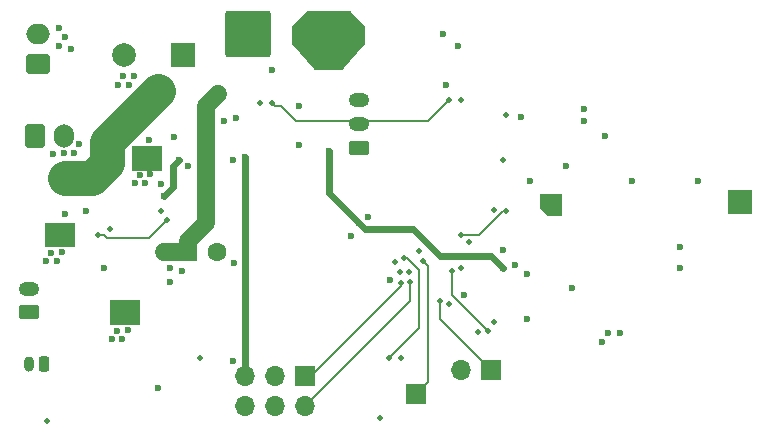
<source format=gbr>
%TF.GenerationSoftware,KiCad,Pcbnew,8.0.7*%
%TF.CreationDate,2025-06-14T22:59:41+12:00*%
%TF.ProjectId,heli_avionics,68656c69-5f61-4766-996f-6e6963732e6b,rev?*%
%TF.SameCoordinates,Original*%
%TF.FileFunction,Copper,L4,Bot*%
%TF.FilePolarity,Positive*%
%FSLAX46Y46*%
G04 Gerber Fmt 4.6, Leading zero omitted, Abs format (unit mm)*
G04 Created by KiCad (PCBNEW 8.0.7) date 2025-06-14 22:59:41*
%MOMM*%
%LPD*%
G01*
G04 APERTURE LIST*
G04 Aperture macros list*
%AMRoundRect*
0 Rectangle with rounded corners*
0 $1 Rounding radius*
0 $2 $3 $4 $5 $6 $7 $8 $9 X,Y pos of 4 corners*
0 Add a 4 corners polygon primitive as box body*
4,1,4,$2,$3,$4,$5,$6,$7,$8,$9,$2,$3,0*
0 Add four circle primitives for the rounded corners*
1,1,$1+$1,$2,$3*
1,1,$1+$1,$4,$5*
1,1,$1+$1,$6,$7*
1,1,$1+$1,$8,$9*
0 Add four rect primitives between the rounded corners*
20,1,$1+$1,$2,$3,$4,$5,0*
20,1,$1+$1,$4,$5,$6,$7,0*
20,1,$1+$1,$6,$7,$8,$9,0*
20,1,$1+$1,$8,$9,$2,$3,0*%
%AMFreePoly0*
4,1,19,1.258779,0.580902,1.295106,0.530902,1.300000,0.500000,1.300000,-1.200000,1.280902,-1.258779,1.230902,-1.295106,1.200000,-1.300000,0.100000,-1.300000,0.041221,-1.280902,0.029289,-1.270711,-0.570711,-0.670711,-0.598769,-0.615643,-0.600000,-0.600000,-0.600000,0.500000,-0.580902,0.558779,-0.530902,0.595106,-0.500000,0.600000,1.200000,0.600000,1.258779,0.580902,1.258779,0.580902,
$1*%
G04 Aperture macros list end*
%TA.AperFunction,Conductor*%
%ADD10C,0.000000*%
%TD*%
%TA.AperFunction,Conductor*%
%ADD11C,0.010000*%
%TD*%
%TA.AperFunction,ComponentPad*%
%ADD12RoundRect,0.250000X0.625000X-0.350000X0.625000X0.350000X-0.625000X0.350000X-0.625000X-0.350000X0*%
%TD*%
%TA.AperFunction,ComponentPad*%
%ADD13O,1.750000X1.200000*%
%TD*%
%TA.AperFunction,ComponentPad*%
%ADD14RoundRect,0.250002X-1.699998X-1.699998X1.699998X-1.699998X1.699998X1.699998X-1.699998X1.699998X0*%
%TD*%
%TA.AperFunction,ComponentPad*%
%ADD15R,1.700000X1.700000*%
%TD*%
%TA.AperFunction,ComponentPad*%
%ADD16O,1.700000X1.700000*%
%TD*%
%TA.AperFunction,ComponentPad*%
%ADD17RoundRect,0.250000X-0.600000X-0.750000X0.600000X-0.750000X0.600000X0.750000X-0.600000X0.750000X0*%
%TD*%
%TA.AperFunction,ComponentPad*%
%ADD18O,1.700000X2.000000*%
%TD*%
%TA.AperFunction,HeatsinkPad*%
%ADD19C,0.600000*%
%TD*%
%TA.AperFunction,HeatsinkPad*%
%ADD20FreePoly0,0.000000*%
%TD*%
%TA.AperFunction,ComponentPad*%
%ADD21RoundRect,0.225000X0.225000X0.425000X-0.225000X0.425000X-0.225000X-0.425000X0.225000X-0.425000X0*%
%TD*%
%TA.AperFunction,ComponentPad*%
%ADD22O,0.900000X1.300000*%
%TD*%
%TA.AperFunction,ComponentPad*%
%ADD23RoundRect,0.250000X0.750000X-0.600000X0.750000X0.600000X-0.750000X0.600000X-0.750000X-0.600000X0*%
%TD*%
%TA.AperFunction,ComponentPad*%
%ADD24O,2.000000X1.700000*%
%TD*%
%TA.AperFunction,ComponentPad*%
%ADD25RoundRect,0.250001X-0.799999X-0.799999X0.799999X-0.799999X0.799999X0.799999X-0.799999X0.799999X0*%
%TD*%
%TA.AperFunction,ComponentPad*%
%ADD26R,1.600000X1.600000*%
%TD*%
%TA.AperFunction,ComponentPad*%
%ADD27C,1.600000*%
%TD*%
%TA.AperFunction,ComponentPad*%
%ADD28C,0.650000*%
%TD*%
%TA.AperFunction,SMDPad,CuDef*%
%ADD29R,0.900000X1.600000*%
%TD*%
%TA.AperFunction,ComponentPad*%
%ADD30R,2.000000X2.000000*%
%TD*%
%TA.AperFunction,ComponentPad*%
%ADD31C,2.000000*%
%TD*%
%TA.AperFunction,ViaPad*%
%ADD32C,0.600000*%
%TD*%
%TA.AperFunction,ViaPad*%
%ADD33C,0.500000*%
%TD*%
%TA.AperFunction,Conductor*%
%ADD34C,0.200000*%
%TD*%
%TA.AperFunction,Conductor*%
%ADD35C,0.600000*%
%TD*%
%TA.AperFunction,Conductor*%
%ADD36C,3.000000*%
%TD*%
%TA.AperFunction,Conductor*%
%ADD37C,1.500000*%
%TD*%
G04 APERTURE END LIST*
D10*
%TA.AperFunction,Conductor*%
%TO.N,GND*%
G36*
X131370000Y-103250000D02*
G01*
X131370000Y-104780000D01*
X129430000Y-106990000D01*
X127110000Y-106980000D01*
X125170000Y-104760000D01*
X125170000Y-103250000D01*
X126460000Y-101930000D01*
X130080000Y-101930000D01*
X131370000Y-103250000D01*
G37*
%TD.AperFunction*%
D11*
X111592000Y-113408000D02*
X114092000Y-113408000D01*
X114092000Y-115408000D01*
X111592000Y-115408000D01*
X111592000Y-113408000D01*
%TA.AperFunction,Conductor*%
G36*
X111592000Y-113408000D02*
G01*
X114092000Y-113408000D01*
X114092000Y-115408000D01*
X111592000Y-115408000D01*
X111592000Y-113408000D01*
G37*
%TD.AperFunction*%
X104226000Y-119892000D02*
X106726000Y-119892000D01*
X106726000Y-121892000D01*
X104226000Y-121892000D01*
X104226000Y-119892000D01*
%TA.AperFunction,Conductor*%
G36*
X104226000Y-119892000D02*
G01*
X106726000Y-119892000D01*
X106726000Y-121892000D01*
X104226000Y-121892000D01*
X104226000Y-119892000D01*
G37*
%TD.AperFunction*%
X109748000Y-126457750D02*
X112248000Y-126457750D01*
X112248000Y-128457750D01*
X109748000Y-128457750D01*
X109748000Y-126457750D01*
%TA.AperFunction,Conductor*%
G36*
X109748000Y-126457750D02*
G01*
X112248000Y-126457750D01*
X112248000Y-128457750D01*
X109748000Y-128457750D01*
X109748000Y-126457750D01*
G37*
%TD.AperFunction*%
%TD*%
D12*
%TO.P,J5,1,Pin_1*%
%TO.N,GND*%
X130810000Y-113538000D03*
D13*
%TO.P,J5,2,Pin_2*%
%TO.N,/Power circuits/VREG_EN*%
X130810000Y-111538000D03*
%TO.P,J5,3,Pin_3*%
%TO.N,+BATT*%
X130810000Y-109538000D03*
%TD*%
D14*
%TO.P,J6,1,Pin_1*%
%TO.N,+BATT*%
X121412000Y-103886000D03*
%TD*%
D15*
%TO.P,J9,1,Pin_1*%
%TO.N,/I2C_SCL*%
X141986000Y-132334000D03*
D16*
%TO.P,J9,2,Pin_2*%
%TO.N,/I2C_SDA*%
X139446000Y-132334000D03*
%TD*%
D17*
%TO.P,J4,1,Pin_1*%
%TO.N,Net-(J4-Pin_1)*%
X103398000Y-112522000D03*
D18*
%TO.P,J4,2,Pin_2*%
%TO.N,GND*%
X105898000Y-112522000D03*
%TD*%
D19*
%TO.P,U2,21,PAD*%
%TO.N,GND*%
X146612000Y-117910000D03*
D20*
X146712000Y-118010000D03*
D19*
X147512000Y-117910000D03*
X147512000Y-118810000D03*
%TD*%
D21*
%TO.P,J7,1,Pin_1*%
%TO.N,Net-(J7-Pin_1)*%
X104140000Y-131826000D03*
D22*
%TO.P,J7,2,Pin_2*%
%TO.N,GND*%
X102890000Y-131826000D03*
%TD*%
D23*
%TO.P,J3,1,Pin_1*%
%TO.N,Net-(J3-Pin_1)*%
X103632000Y-106426000D03*
D24*
%TO.P,J3,2,Pin_2*%
%TO.N,GND*%
X103632000Y-103926000D03*
%TD*%
D12*
%TO.P,J2,1,Pin_1*%
%TO.N,Net-(J2-Pin_1)*%
X102870000Y-127476000D03*
D13*
%TO.P,J2,2,Pin_2*%
%TO.N,Net-(J2-Pin_2)*%
X102870000Y-125476000D03*
%TD*%
D25*
%TO.P,AE1,1,A*%
%TO.N,Net-(AE1-A)*%
X163068000Y-118110000D03*
%TD*%
D14*
%TO.P,J8,1,Pin_1*%
%TO.N,GND*%
X128270000Y-103886000D03*
%TD*%
D15*
%TO.P,J10,1,Pin_1*%
%TO.N,Net-(J10-Pin_1)*%
X135636000Y-134366000D03*
%TD*%
D26*
%TO.P,C23,1*%
%TO.N,+BATT*%
X116332000Y-122377750D03*
D27*
%TO.P,C23,2*%
%TO.N,GND*%
X118832000Y-122377750D03*
%TD*%
D28*
%TO.P,U4,9,GND*%
%TO.N,GND*%
X112842000Y-113948000D03*
D29*
X112842000Y-114408000D03*
D28*
X112842000Y-114878000D03*
%TD*%
%TO.P,U8,9,GND*%
%TO.N,GND*%
X105476000Y-120432000D03*
D29*
X105476000Y-120892000D03*
D28*
X105476000Y-121362000D03*
%TD*%
%TO.P,U3,9,GND*%
%TO.N,GND*%
X110998000Y-126997750D03*
D29*
X110998000Y-127457750D03*
D28*
X110998000Y-127927750D03*
%TD*%
D30*
%TO.P,C24,1*%
%TO.N,+BATT*%
X115905677Y-105664000D03*
D31*
%TO.P,C24,2*%
%TO.N,GND*%
X110905677Y-105664000D03*
%TD*%
D15*
%TO.P,J1,1,Pin_1*%
%TO.N,/PA0*%
X126223000Y-132837000D03*
D16*
%TO.P,J1,2,Pin_2*%
%TO.N,/PA1*%
X126223000Y-135377000D03*
%TO.P,J1,3,Pin_3*%
%TO.N,Net-(J1-Pin_3)*%
X123683000Y-132837000D03*
%TO.P,J1,4,Pin_4*%
%TO.N,Net-(J1-Pin_4)*%
X123683000Y-135377000D03*
%TO.P,J1,5,Pin_5*%
%TO.N,VCC*%
X121143000Y-132837000D03*
%TO.P,J1,6,Pin_6*%
%TO.N,GND*%
X121143000Y-135377000D03*
%TD*%
D32*
%TO.N,GND*%
X142988000Y-122174000D03*
D33*
X139510000Y-123680000D03*
D32*
X105232200Y-123164600D03*
X105664000Y-122402600D03*
X112725200Y-116560600D03*
X112268000Y-115824000D03*
X105918000Y-119126000D03*
X145034000Y-128016000D03*
X145288000Y-116332000D03*
D33*
X134366000Y-131318000D03*
D32*
X119380000Y-111252000D03*
X125730000Y-113284000D03*
X111760000Y-107442000D03*
X115824000Y-123952000D03*
D33*
X142240000Y-128270000D03*
D32*
X157988000Y-121920000D03*
X113792000Y-133858000D03*
X106426000Y-105156000D03*
X125476000Y-104648000D03*
X110871000Y-107467400D03*
X105820000Y-114010000D03*
X104960000Y-114100000D03*
X137922000Y-103886000D03*
X105410000Y-103378000D03*
X129286000Y-106680000D03*
X131064000Y-104648000D03*
X113157000Y-115798600D03*
X148336000Y-115062000D03*
X105410000Y-104902000D03*
X120396000Y-110998000D03*
X152908000Y-129185500D03*
X111328200Y-108204000D03*
X149860000Y-111252000D03*
X149860000Y-110236000D03*
X125730000Y-109982000D03*
X110347800Y-129015150D03*
D33*
X135080000Y-124060000D03*
X143256000Y-110744000D03*
D32*
X115138750Y-112598750D03*
X114808000Y-124917750D03*
X138176000Y-108204000D03*
X120142000Y-131572000D03*
X130175000Y-121031000D03*
X128270000Y-106680000D03*
X153954500Y-116362500D03*
D33*
X142250000Y-118770000D03*
D32*
X151638000Y-112522000D03*
D33*
X117348000Y-131318000D03*
D32*
X107100000Y-113240000D03*
X144018000Y-123444000D03*
X104343200Y-123164600D03*
X111236800Y-128989750D03*
X139700000Y-125984000D03*
D33*
X138430000Y-126746000D03*
D32*
X113030000Y-112916000D03*
X131064000Y-103378000D03*
D33*
X140110000Y-121510000D03*
D32*
X148844000Y-125375500D03*
X120243600Y-123291600D03*
D33*
X133858000Y-123190000D03*
D32*
X110805000Y-129751750D03*
X159512000Y-116332000D03*
D33*
X140880000Y-129120000D03*
D32*
X151384000Y-129947500D03*
D33*
X122428000Y-109728000D03*
X139446000Y-109474000D03*
X143002000Y-114554000D03*
D32*
X127254000Y-106680000D03*
X144526000Y-110967500D03*
X106690000Y-113990000D03*
X105918000Y-104140000D03*
X157988000Y-123698000D03*
X133496000Y-124714000D03*
X109916000Y-129751750D03*
X125476000Y-103378000D03*
X110439200Y-108204000D03*
X123444000Y-106934000D03*
X104775000Y-122428000D03*
X131572000Y-119380000D03*
X120142000Y-114554000D03*
X139192000Y-104902000D03*
X111836200Y-116560600D03*
D33*
X104394000Y-136652000D03*
D32*
X151892000Y-129185500D03*
X114046000Y-116586000D03*
X109220000Y-123698000D03*
X116332000Y-115062000D03*
D33*
X114046000Y-118872000D03*
D32*
X114808000Y-123698000D03*
D33*
X135950000Y-122320000D03*
D32*
X145034000Y-124206000D03*
D33*
X132588000Y-136398000D03*
X109728000Y-120396000D03*
D32*
X107696000Y-118872000D03*
D33*
X134330000Y-124100000D03*
%TO.N,/PA1*%
X135128000Y-124904500D03*
%TO.N,/PA0*%
X134366000Y-124968000D03*
D32*
%TO.N,VCC*%
X114300000Y-117602000D03*
X121143000Y-124206000D03*
X128270000Y-113792000D03*
X121143000Y-114300000D03*
X143002000Y-123698000D03*
X130810000Y-119888000D03*
X115570000Y-114554000D03*
%TO.N,+BATT*%
X106426000Y-116586000D03*
X114554000Y-108712000D03*
X105410000Y-115570000D03*
X118618000Y-109728000D03*
X106426000Y-115570000D03*
X118618000Y-108712000D03*
X114300000Y-122758750D03*
X113792000Y-109220000D03*
X105410000Y-116586000D03*
X113792000Y-108204000D03*
X114884200Y-121971350D03*
X113030000Y-108712000D03*
D33*
%TO.N,/PF1*%
X114554000Y-119634000D03*
X108712000Y-120904000D03*
%TO.N,/SPI_MOSI*%
X139446000Y-120904000D03*
X143256000Y-118872000D03*
%TO.N,/PA7*%
X133350000Y-131318000D03*
X134620000Y-122885200D03*
%TO.N,/Power circuits/VREG_EN*%
X123444000Y-109728000D03*
X138430000Y-109474000D03*
%TO.N,/I2C_SCL*%
X137668000Y-126492000D03*
%TO.N,/PA4*%
X138684000Y-123952000D03*
X141732000Y-129032000D03*
%TO.N,Net-(J10-Pin_1)*%
X136214000Y-123120000D03*
%TD*%
D34*
%TO.N,/PA1*%
X135191500Y-124904500D02*
X135128000Y-124968000D01*
X126243000Y-135377000D02*
X126223000Y-135377000D01*
X135128000Y-124968000D02*
X135128000Y-126492000D01*
X135128000Y-126492000D02*
X126243000Y-135377000D01*
%TO.N,/PA0*%
X134366000Y-125222000D02*
X126751000Y-132837000D01*
X126751000Y-132837000D02*
X126223000Y-132837000D01*
X134366000Y-124968000D02*
X134366000Y-125222000D01*
D35*
%TO.N,VCC*%
X121143000Y-132837000D02*
X121143000Y-124206000D01*
X128270000Y-113792000D02*
X128270000Y-117348000D01*
X115062000Y-116840000D02*
X114300000Y-117602000D01*
X135382000Y-120396000D02*
X131318000Y-120396000D01*
X128270000Y-117348000D02*
X130810000Y-119888000D01*
X143002000Y-123698000D02*
X141986000Y-122682000D01*
X115062000Y-115062000D02*
X115062000Y-116840000D01*
X141986000Y-122682000D02*
X137668000Y-122682000D01*
X137668000Y-122682000D02*
X135382000Y-120396000D01*
X115570000Y-114554000D02*
X115062000Y-115062000D01*
X121143000Y-114300000D02*
X121143000Y-124206000D01*
X131318000Y-120396000D02*
X130810000Y-119888000D01*
D36*
%TO.N,+BATT*%
X108204000Y-116078000D02*
X105918000Y-116078000D01*
D37*
X116332000Y-121412000D02*
X116332000Y-122377750D01*
D36*
X113792000Y-108712000D02*
X109474000Y-113030000D01*
D37*
X118110000Y-109728000D02*
X118872000Y-108966000D01*
X117856000Y-109982000D02*
X117856000Y-119888000D01*
D36*
X109474000Y-113030000D02*
X109474000Y-114808000D01*
D37*
X115905677Y-105918000D02*
X116078000Y-105918000D01*
X118110000Y-109728000D02*
X117856000Y-109982000D01*
D36*
X109474000Y-114808000D02*
X108204000Y-116078000D01*
D37*
X116332000Y-122377750D02*
X114300000Y-122377750D01*
X117856000Y-119888000D02*
X116332000Y-121412000D01*
D34*
%TO.N,/PF1*%
X113030000Y-121158000D02*
X109474000Y-121158000D01*
X114554000Y-119634000D02*
X113030000Y-121158000D01*
X109220000Y-120904000D02*
X108712000Y-120904000D01*
X109474000Y-121158000D02*
X109220000Y-120904000D01*
%TO.N,/SPI_MOSI*%
X139446000Y-120904000D02*
X140970000Y-120904000D01*
X143002000Y-118872000D02*
X141224000Y-120650000D01*
X140970000Y-120904000D02*
X141224000Y-120650000D01*
X143256000Y-118872000D02*
X143002000Y-118872000D01*
%TO.N,/PA7*%
X134874000Y-122885200D02*
X134620000Y-122885200D01*
X134874000Y-122885200D02*
X135890000Y-123901200D01*
X135890000Y-123901200D02*
X135890000Y-128778000D01*
X135890000Y-128778000D02*
X133350000Y-131318000D01*
%TO.N,/Power circuits/VREG_EN*%
X124206000Y-109982000D02*
X123698000Y-109982000D01*
X123698000Y-109982000D02*
X123444000Y-109728000D01*
X136652000Y-111252000D02*
X138430000Y-109474000D01*
X130810000Y-111538000D02*
X130524000Y-111252000D01*
X130524000Y-111252000D02*
X125476000Y-111252000D01*
X131096000Y-111252000D02*
X136652000Y-111252000D01*
X125476000Y-111252000D02*
X124206000Y-109982000D01*
X130810000Y-111538000D02*
X131096000Y-111252000D01*
%TO.N,/I2C_SCL*%
X137668000Y-126492000D02*
X137668000Y-128016000D01*
X137668000Y-128016000D02*
X141986000Y-132334000D01*
%TO.N,/PA4*%
X138684000Y-123952000D02*
X138684000Y-125984000D01*
X138684000Y-125984000D02*
X141732000Y-129032000D01*
%TO.N,Net-(J10-Pin_1)*%
X136652000Y-133350000D02*
X135636000Y-134366000D01*
X136214000Y-123120000D02*
X136652000Y-123558000D01*
X136652000Y-123558000D02*
X136652000Y-133350000D01*
%TD*%
M02*

</source>
